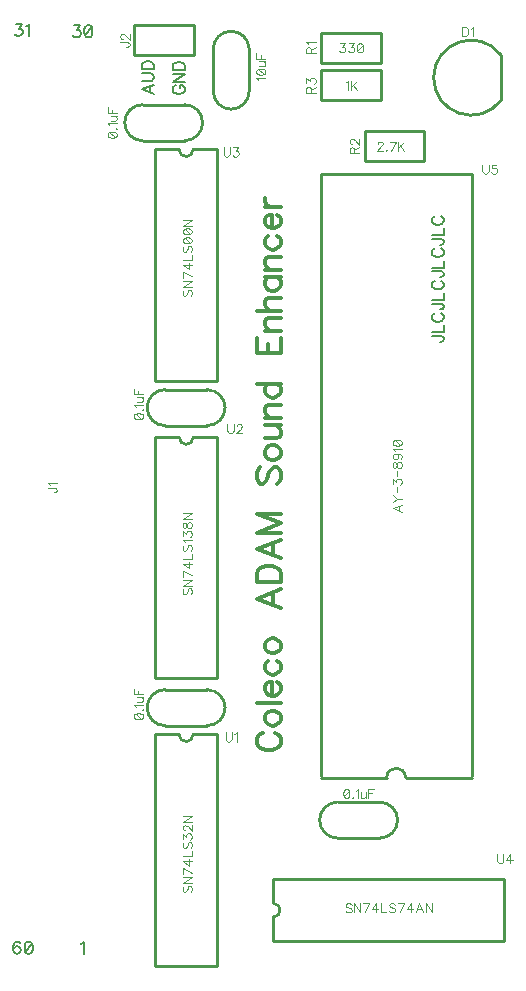
<source format=gbr>
G04 DipTrace 3.3.1.3*
G04 TopSilk.gbr*
%MOMM*%
G04 #@! TF.FileFunction,Legend,Top*
G04 #@! TF.Part,Single*
%ADD10C,0.25*%
%ADD50C,0.11765*%
%ADD51C,0.15686*%
%ADD52C,0.31373*%
%FSLAX35Y35*%
G04*
G71*
G90*
G75*
G01*
G04 TopSilk*
%LPD*%
X3019148Y3438400D2*
D10*
X2663852D1*
X3019148Y3133600D2*
X2663852D1*
Y3438400D2*
G03X2663852Y3133600I-152J-152400D01*
G01*
X3019148D2*
G03X3019148Y3438400I152J152400D01*
G01*
Y5978400D2*
X2663852D1*
X3019148Y5673600D2*
X2663852D1*
Y5978400D2*
G03X2663852Y5673600I-152J-152400D01*
G01*
X3019148D2*
G03X3019148Y5978400I152J152400D01*
G01*
X2828648Y8391400D2*
X2473352D1*
X2828648Y8086600D2*
X2473352D1*
Y8391400D2*
G03X2473352Y8086600I-152J-152400D01*
G01*
X2828648D2*
G03X2828648Y8391400I152J152400D01*
G01*
X4124352Y2181100D2*
X4479648D1*
X4124352Y2485900D2*
X4479648D1*
Y2181100D2*
G03X4479648Y2485900I152J152400D01*
G01*
X4124352D2*
G03X4124352Y2181100I-152J-152400D01*
G01*
X3374900Y8505852D2*
Y8861148D1*
X3070100Y8505852D2*
Y8861148D1*
X3374900D2*
G03X3070100Y8861148I-152400J152D01*
G01*
Y8505852D2*
G03X3374900Y8505852I152400J-152D01*
G01*
X5508483Y8810342D2*
Y8429658D1*
X5507912Y8811104D2*
G03X5507912Y8428896I-253481J-191104D01*
G01*
X2905000Y8810500D2*
Y9064500D1*
X2397000Y8810500D2*
X2905000D1*
X2397000D2*
Y9064500D1*
X2905000D1*
X3984957Y9001000D2*
X4492043D1*
Y8747000D2*
Y9001000D1*
X3984957Y8747000D2*
X4492043D1*
X3984957D2*
Y9001000D1*
X4351864Y8168063D2*
X4858949D1*
Y7914063D2*
Y8168063D1*
X4351864Y7914063D2*
X4858949D1*
X4351864D2*
Y8168063D1*
X3984957Y8683500D2*
X4492043D1*
Y8429500D2*
Y8683500D1*
X3984957Y8429500D2*
X4492043D1*
X3984957D2*
Y8683500D1*
X3101511Y3059500D2*
Y1099500D1*
X2581489D2*
X3101511D1*
X2581489Y3059500D2*
Y1099500D1*
Y3059500D2*
X2781490D1*
X3101511D2*
X2901510D1*
X2781490D2*
G03X2901510Y3059500I60010J34D01*
G01*
X3101511Y5576000D2*
Y3536000D1*
X2581489D2*
X3101511D1*
X2581489Y5576000D2*
Y3536000D1*
Y5576000D2*
X2781490D1*
X3101511D2*
X2901510D1*
X2781490D2*
G03X2901510Y5576000I60010J34D01*
G01*
X3101511Y8012500D2*
Y6052500D1*
X2581489D2*
X3101511D1*
X2581489Y8012500D2*
Y6052500D1*
Y8012500D2*
X2781490D1*
X3101511D2*
X2901510D1*
X2781490D2*
G03X2901510Y8012500I60010J34D01*
G01*
X3576000Y1831511D2*
X5536000D1*
Y1311489D2*
Y1831511D1*
X3576000Y1311489D2*
X5536000D1*
X3576000D2*
Y1511490D1*
Y1831511D2*
Y1631510D1*
Y1511490D2*
G03X3576000Y1631510I-34J60010D01*
G01*
X5259470Y2704720D2*
Y7804500D1*
X3979530D1*
Y2704720D2*
Y7804500D1*
X5259470Y2694500D2*
X4699517D1*
X3979530D2*
X4539483D1*
X4699517D2*
G03X4539483Y2694500I-80017J-302D01*
G01*
X2399792Y3210559D2*
D50*
X2403414Y3199609D1*
X2414364Y3192281D1*
X2432558Y3188659D1*
X2443508D1*
X2461702Y3192281D1*
X2472652Y3199609D1*
X2476274Y3210559D1*
Y3217802D1*
X2472652Y3228752D1*
X2461702Y3235996D1*
X2443508Y3239702D1*
X2432558D1*
X2414364Y3235996D1*
X2403414Y3228752D1*
X2399792Y3217802D1*
Y3210559D1*
X2414364Y3235996D2*
X2461702Y3192281D1*
X2468946Y3266854D2*
X2472652Y3263232D1*
X2476274Y3266854D1*
X2472652Y3270560D1*
X2468946Y3266854D1*
X2414364Y3294089D2*
X2410658Y3301417D1*
X2399792Y3312367D1*
X2476274D1*
X2425230Y3335897D2*
X2461702D1*
X2472568Y3339518D1*
X2476274Y3346847D1*
Y3357797D1*
X2472568Y3365040D1*
X2461702Y3375990D1*
X2425230D2*
X2476274D1*
X2399708Y3446942D2*
Y3399520D1*
X2476274D1*
X2436180D2*
Y3428664D1*
X2399792Y5750559D2*
X2403414Y5739609D1*
X2414364Y5732281D1*
X2432558Y5728659D1*
X2443508D1*
X2461702Y5732281D1*
X2472652Y5739609D1*
X2476274Y5750559D1*
Y5757802D1*
X2472652Y5768752D1*
X2461702Y5775996D1*
X2443508Y5779702D1*
X2432558D1*
X2414364Y5775996D1*
X2403414Y5768752D1*
X2399792Y5757802D1*
Y5750559D1*
X2414364Y5775996D2*
X2461702Y5732281D1*
X2468946Y5806854D2*
X2472652Y5803232D1*
X2476274Y5806854D1*
X2472652Y5810560D1*
X2468946Y5806854D1*
X2414364Y5834089D2*
X2410658Y5841417D1*
X2399792Y5852367D1*
X2476274D1*
X2425230Y5875897D2*
X2461702D1*
X2472568Y5879518D1*
X2476274Y5886847D1*
Y5897797D1*
X2472568Y5905040D1*
X2461702Y5915990D1*
X2425230D2*
X2476274D1*
X2399708Y5986942D2*
Y5939520D1*
X2476274D1*
X2436180D2*
Y5968664D1*
X2177592Y8131809D2*
X2181214Y8120859D1*
X2192164Y8113531D1*
X2210358Y8109909D1*
X2221308D1*
X2239502Y8113531D1*
X2250452Y8120859D1*
X2254074Y8131809D1*
Y8139052D1*
X2250452Y8150002D1*
X2239502Y8157246D1*
X2221308Y8160952D1*
X2210358D1*
X2192164Y8157246D1*
X2181214Y8150002D1*
X2177592Y8139052D1*
Y8131809D1*
X2192164Y8157246D2*
X2239502Y8113531D1*
X2246746Y8188104D2*
X2250452Y8184482D1*
X2254074Y8188104D1*
X2250452Y8191810D1*
X2246746Y8188104D1*
X2192164Y8215339D2*
X2188458Y8222667D1*
X2177592Y8233617D1*
X2254074D1*
X2203030Y8257147D2*
X2239502D1*
X2250368Y8260768D1*
X2254074Y8268097D1*
Y8279047D1*
X2250368Y8286290D1*
X2239502Y8297240D1*
X2203030D2*
X2254074D1*
X2177508Y8368192D2*
Y8320770D1*
X2254074D1*
X2213980D2*
Y8349914D1*
X4194808Y2597408D2*
X4183858Y2593786D1*
X4176530Y2582836D1*
X4172908Y2564642D1*
Y2553692D1*
X4176530Y2535498D1*
X4183858Y2524548D1*
X4194808Y2520926D1*
X4202052D1*
X4213002Y2524548D1*
X4220246Y2535498D1*
X4223952Y2553692D1*
Y2564642D1*
X4220246Y2582836D1*
X4213002Y2593786D1*
X4202052Y2597408D1*
X4194808D1*
X4220246Y2582836D2*
X4176530Y2535498D1*
X4251103Y2528254D2*
X4247482Y2524548D1*
X4251103Y2520926D1*
X4254810Y2524548D1*
X4251103Y2528254D1*
X4278339Y2582836D2*
X4285667Y2586542D1*
X4296617Y2597408D1*
Y2520926D1*
X4320147Y2571970D2*
Y2535498D1*
X4323768Y2524632D1*
X4331097Y2520926D1*
X4342047D1*
X4349290Y2524632D1*
X4360240Y2535498D1*
Y2571970D2*
Y2520926D1*
X4431192Y2597492D2*
X4383770D1*
Y2520926D1*
Y2561020D2*
X4412914D1*
X3449414Y8601587D2*
X3445708Y8608915D1*
X3434842Y8619865D1*
X3511324D1*
X3434842Y8665295D2*
X3438464Y8654345D1*
X3449414Y8647017D1*
X3467608Y8643395D1*
X3478558D1*
X3496752Y8647017D1*
X3507702Y8654345D1*
X3511324Y8665295D1*
Y8672538D1*
X3507702Y8683488D1*
X3496752Y8690732D1*
X3478558Y8694438D1*
X3467608D1*
X3449414Y8690732D1*
X3438464Y8683489D1*
X3434842Y8672539D1*
Y8665295D1*
X3449414Y8690732D2*
X3496752Y8647017D1*
X3460280Y8717968D2*
X3496752D1*
X3507618Y8721590D1*
X3511324Y8728918D1*
Y8739868D1*
X3507618Y8747112D1*
X3496752Y8758062D1*
X3460280D2*
X3511324D1*
X3434758Y8829013D2*
Y8781591D1*
X3511324D1*
X3471230D2*
Y8810735D1*
X5176308Y9049040D2*
Y8972474D1*
X5201830D1*
X5212780Y8976180D1*
X5220108Y8983424D1*
X5223730Y8990752D1*
X5227352Y9001618D1*
Y9019896D1*
X5223730Y9030846D1*
X5220108Y9038090D1*
X5212780Y9045418D1*
X5201830Y9049040D1*
X5176308D1*
X5250881Y9034384D2*
X5258209Y9038090D1*
X5269159Y9048956D1*
Y8972474D1*
X1670230Y5145419D2*
X1728518D1*
X1739468Y5141797D1*
X1743090Y5138091D1*
X1746796Y5130847D1*
Y5123519D1*
X1743090Y5116275D1*
X1739468Y5112653D1*
X1728518Y5108947D1*
X1721274D1*
X1684886Y5168949D2*
X1681180Y5176277D1*
X1670314Y5187227D1*
X1746796Y5187226D1*
X2285408Y8918450D2*
X2343696D1*
X2354646Y8914828D1*
X2358268Y8911121D1*
X2361974Y8903878D1*
Y8896550D1*
X2358268Y8889306D1*
X2354646Y8885684D1*
X2343696Y8881978D1*
X2336452D1*
X2303686Y8945685D2*
X2300064D1*
X2292736Y8949307D1*
X2289114Y8952929D1*
X2285492Y8960257D1*
Y8974829D1*
X2289114Y8982073D1*
X2292736Y8985695D1*
X2300064Y8989401D1*
X2307308D1*
X2314636Y8985695D1*
X2325502Y8978451D1*
X2361974Y8941979D1*
Y8993023D1*
X3896680Y8827575D2*
Y8860340D1*
X3892974Y8871290D1*
X3889352Y8874996D1*
X3882108Y8878618D1*
X3874780D1*
X3867536Y8874997D1*
X3863830Y8871290D1*
X3860208Y8860340D1*
Y8827575D1*
X3936774D1*
X3896680Y8853097D2*
X3936774Y8878618D1*
X3874864Y8902148D2*
X3871158Y8909476D1*
X3860292Y8920426D1*
X3936774D1*
X4145733Y8911571D2*
X4185743D1*
X4163927Y8882427D1*
X4174877D1*
X4182121Y8878805D1*
X4185743Y8875183D1*
X4189449Y8864233D1*
Y8856989D1*
X4185743Y8846039D1*
X4178499Y8838711D1*
X4167549Y8835089D1*
X4156599D1*
X4145733Y8838711D1*
X4142111Y8842417D1*
X4138405Y8849661D1*
X4220306Y8911571D2*
X4260316D1*
X4238500Y8882427D1*
X4249450D1*
X4256694Y8878805D1*
X4260316Y8875183D1*
X4264022Y8864233D1*
Y8856989D1*
X4260316Y8846039D1*
X4253072Y8838711D1*
X4242122Y8835089D1*
X4231172D1*
X4220306Y8838711D1*
X4216684Y8842417D1*
X4212978Y8849661D1*
X4309451Y8911571D2*
X4298501Y8907949D1*
X4291173Y8896999D1*
X4287551Y8878805D1*
Y8867855D1*
X4291173Y8849661D1*
X4298501Y8838711D1*
X4309451Y8835089D1*
X4316695D1*
X4327645Y8838711D1*
X4334889Y8849661D1*
X4338595Y8867855D1*
Y8878805D1*
X4334889Y8896999D1*
X4327645Y8907949D1*
X4316695Y8911571D1*
X4309451D1*
X4334889Y8896999D2*
X4291173Y8849661D1*
X4263587Y7978255D2*
Y8011021D1*
X4259881Y8021971D1*
X4256259Y8025677D1*
X4249015Y8029299D1*
X4241687D1*
X4234443Y8025677D1*
X4230737Y8021971D1*
X4227115Y8011021D1*
Y7978255D1*
X4303680D1*
X4263587Y8003777D2*
X4303681Y8029299D1*
X4245393Y8056534D2*
X4241771D1*
X4234443Y8060156D1*
X4230821Y8063778D1*
X4227199Y8071106D1*
Y8085678D1*
X4230821Y8092922D1*
X4234443Y8096544D1*
X4241771Y8100250D1*
X4249015D1*
X4256343Y8096544D1*
X4267209Y8089300D1*
X4303681Y8052828D1*
Y8103872D1*
X4461839Y8060440D2*
Y8064062D1*
X4465461Y8071390D1*
X4469083Y8075012D1*
X4476411Y8078634D1*
X4490983D1*
X4498227Y8075012D1*
X4501849Y8071390D1*
X4505555Y8064062D1*
Y8056818D1*
X4501849Y8049490D1*
X4494605Y8038624D1*
X4458133Y8002153D1*
X4509177D1*
X4536328Y8009481D2*
X4532706Y8005774D1*
X4536328Y8002153D1*
X4540034Y8005774D1*
X4536328Y8009481D1*
X4578135Y8002153D2*
X4614607Y8078634D1*
X4563563D1*
X4638137Y8078718D2*
Y8002153D1*
X4689181Y8078718D2*
X4638137Y8027674D1*
X4656331Y8045953D2*
X4689181Y8002153D1*
X3896680Y8493692D2*
Y8526457D1*
X3892974Y8537407D1*
X3889352Y8541114D1*
X3882108Y8544736D1*
X3874780D1*
X3867536Y8541114D1*
X3863830Y8537407D1*
X3860208Y8526458D1*
Y8493692D1*
X3936774D1*
X3896680Y8519214D2*
X3936774Y8544735D1*
X3860292Y8575593D2*
Y8615603D1*
X3889436Y8593787D1*
Y8604737D1*
X3893058Y8611981D1*
X3896680Y8615602D1*
X3907630Y8619309D1*
X3914874D1*
X3925824Y8615602D1*
X3933152Y8608359D1*
X3936774Y8597409D1*
Y8586459D1*
X3933152Y8575593D1*
X3929446Y8571971D1*
X3922202Y8568265D1*
X4192074Y8579499D2*
X4199402Y8583205D1*
X4210352Y8594071D1*
Y8517589D1*
X4233882Y8594155D2*
Y8517589D1*
X4284926Y8594155D2*
X4233882Y8543111D1*
X4252076Y8561389D2*
X4284926Y8517589D1*
X3176074Y3075842D2*
Y3021176D1*
X3179696Y3010226D1*
X3187024Y3002982D1*
X3197974Y2999276D1*
X3205218D1*
X3216168Y3002982D1*
X3223496Y3010226D1*
X3227118Y3021176D1*
Y3075842D1*
X3250648Y3061186D2*
X3257976Y3064892D1*
X3268926Y3075758D1*
Y2999276D1*
X2824608Y1776832D2*
X2817280Y1769588D1*
X2813658Y1758638D1*
Y1744067D1*
X2817280Y1733117D1*
X2824608Y1725788D1*
X2831852D1*
X2839180Y1729495D1*
X2842802Y1733117D1*
X2846424Y1740360D1*
X2853752Y1762260D1*
X2857374Y1769588D1*
X2861080Y1773210D1*
X2868324Y1776832D1*
X2879274D1*
X2886518Y1769588D1*
X2890224Y1758638D1*
Y1744066D1*
X2886518Y1733117D1*
X2879274Y1725788D1*
X2813658Y1851405D2*
X2890224D1*
X2813658Y1800362D1*
X2890224Y1800361D1*
Y1889507D2*
X2813742Y1925979D1*
Y1874935D1*
X2890224Y1985980D2*
X2813742D1*
X2864702Y1949508D1*
Y2004174D1*
X2813658Y2027703D2*
X2890224D1*
Y2071419D1*
X2824608Y2145992D2*
X2817280Y2138748D1*
X2813658Y2127798D1*
Y2113226D1*
X2817280Y2102276D1*
X2824608Y2094948D1*
X2831852D1*
X2839180Y2098654D1*
X2842802Y2102276D1*
X2846424Y2109520D1*
X2853752Y2131420D1*
X2857374Y2138748D1*
X2861080Y2142370D1*
X2868324Y2145992D1*
X2879274D1*
X2886518Y2138748D1*
X2890224Y2127798D1*
Y2113226D1*
X2886518Y2102276D1*
X2879274Y2094948D1*
X2813742Y2176850D2*
Y2216859D1*
X2842886Y2195043D1*
Y2205993D1*
X2846508Y2213237D1*
X2850130Y2216859D1*
X2861080Y2220565D1*
X2868324D1*
X2879274Y2216859D1*
X2886602Y2209615D1*
X2890224Y2198665D1*
Y2187715D1*
X2886602Y2176850D1*
X2882896Y2173228D1*
X2875652Y2169522D1*
X2831936Y2247801D2*
X2828314D1*
X2820986Y2251423D1*
X2817364Y2255045D1*
X2813742Y2262373D1*
Y2276945D1*
X2817364Y2284189D1*
X2820986Y2287811D1*
X2828314Y2291517D1*
X2835558D1*
X2842886Y2287811D1*
X2853752Y2280567D1*
X2890224Y2244095D1*
Y2295139D1*
X2813658Y2369712D2*
X2890224D1*
X2813658Y2318668D1*
X2890224D1*
X3191441Y5687592D2*
Y5632926D1*
X3195063Y5621976D1*
X3202391Y5614732D1*
X3213341Y5611026D1*
X3220585D1*
X3231535Y5614732D1*
X3238863Y5621976D1*
X3242485Y5632926D1*
Y5687592D1*
X3269721Y5669314D2*
Y5672936D1*
X3273343Y5680264D1*
X3276965Y5683886D1*
X3284293Y5687508D1*
X3298865D1*
X3306109Y5683886D1*
X3309730Y5680264D1*
X3313437Y5672936D1*
Y5665692D1*
X3309730Y5658364D1*
X3302487Y5647498D1*
X3266015Y5611026D1*
X3317059D1*
X2824608Y4295971D2*
X2817280Y4288727D1*
X2813658Y4277777D1*
Y4263205D1*
X2817280Y4252255D1*
X2824608Y4244927D1*
X2831852D1*
X2839180Y4248633D1*
X2842802Y4252255D1*
X2846424Y4259499D1*
X2853752Y4281399D1*
X2857374Y4288727D1*
X2861080Y4292349D1*
X2868324Y4295971D1*
X2879274Y4295970D1*
X2886518Y4288727D1*
X2890224Y4277777D1*
Y4263205D1*
X2886518Y4252255D1*
X2879274Y4244927D1*
X2813658Y4370544D2*
X2890224D1*
X2813658Y4319500D1*
X2890224D1*
Y4408645D2*
X2813742Y4445117D1*
Y4394073D1*
X2890224Y4505118D2*
X2813742D1*
X2864702Y4468646D1*
Y4523312D1*
X2813658Y4546841D2*
X2890224D1*
Y4590557D1*
X2824608Y4665130D2*
X2817280Y4657887D1*
X2813658Y4646937D1*
Y4632365D1*
X2817280Y4621415D1*
X2824608Y4614087D1*
X2831852D1*
X2839180Y4617793D1*
X2842802Y4621415D1*
X2846424Y4628659D1*
X2853752Y4650559D1*
X2857374Y4657887D1*
X2861080Y4661509D1*
X2868324Y4665130D1*
X2879274D1*
X2886518Y4657887D1*
X2890224Y4646937D1*
Y4632365D1*
X2886518Y4621415D1*
X2879274Y4614087D1*
X2828314Y4688660D2*
X2824608Y4695988D1*
X2813742Y4706938D1*
X2890224D1*
X2813742Y4737795D2*
Y4777805D1*
X2842886Y4755989D1*
Y4766939D1*
X2846508Y4774183D1*
X2850130Y4777805D1*
X2861080Y4781511D1*
X2868324D1*
X2879274Y4777805D1*
X2886602Y4770561D1*
X2890224Y4759611D1*
Y4748661D1*
X2886602Y4737795D1*
X2882896Y4734174D1*
X2875652Y4730467D1*
X2813742Y4823234D2*
X2817364Y4812369D1*
X2824608Y4808663D1*
X2831936D1*
X2839180Y4812369D1*
X2842886Y4819613D1*
X2846508Y4834184D1*
X2850130Y4845134D1*
X2857458Y4852378D1*
X2864702Y4856000D1*
X2875652D1*
X2882896Y4852378D1*
X2886602Y4848756D1*
X2890224Y4837806D1*
Y4823234D1*
X2886602Y4812369D1*
X2882896Y4808663D1*
X2875652Y4805041D1*
X2864702D1*
X2857458Y4808663D1*
X2850130Y4815991D1*
X2846508Y4826856D1*
X2842886Y4841428D1*
X2839180Y4848756D1*
X2831936Y4852378D1*
X2824608D1*
X2817364Y4848756D1*
X2813742Y4837806D1*
Y4823234D1*
X2813658Y4930574D2*
X2890224D1*
X2813658Y4879530D1*
X2890224D1*
X3159691Y8028842D2*
Y7974176D1*
X3163313Y7963226D1*
X3170641Y7955982D1*
X3181591Y7952276D1*
X3188835D1*
X3199785Y7955982D1*
X3207113Y7963226D1*
X3210735Y7974176D1*
Y8028842D1*
X3241593Y8028758D2*
X3281602D1*
X3259787Y7999614D1*
X3270737D1*
X3277980Y7995992D1*
X3281602Y7992370D1*
X3285309Y7981420D1*
Y7974176D1*
X3281602Y7963226D1*
X3274359Y7955898D1*
X3263409Y7952276D1*
X3252459D1*
X3241593Y7955898D1*
X3237971Y7959604D1*
X3234265Y7966848D1*
X2824608Y6825082D2*
X2817280Y6817838D1*
X2813658Y6806888D1*
Y6792317D1*
X2817280Y6781367D1*
X2824608Y6774038D1*
X2831852D1*
X2839180Y6777745D1*
X2842802Y6781367D1*
X2846424Y6788610D1*
X2853752Y6810510D1*
X2857374Y6817838D1*
X2861080Y6821460D1*
X2868324Y6825082D1*
X2879274D1*
X2886518Y6817838D1*
X2890224Y6806888D1*
Y6792316D1*
X2886518Y6781367D1*
X2879274Y6774038D1*
X2813658Y6899655D2*
X2890224D1*
X2813658Y6848612D1*
X2890224Y6848611D1*
Y6937757D2*
X2813742Y6974229D1*
Y6923185D1*
X2890224Y7034230D2*
X2813742D1*
X2864702Y6997758D1*
Y7052424D1*
X2813658Y7075953D2*
X2890224D1*
Y7119669D1*
X2824608Y7194242D2*
X2817280Y7186998D1*
X2813658Y7176048D1*
Y7161476D1*
X2817280Y7150526D1*
X2824608Y7143198D1*
X2831852D1*
X2839180Y7146904D1*
X2842802Y7150526D1*
X2846424Y7157770D1*
X2853752Y7179670D1*
X2857374Y7186998D1*
X2861080Y7190620D1*
X2868324Y7194242D1*
X2879274D1*
X2886518Y7186998D1*
X2890224Y7176048D1*
Y7161476D1*
X2886518Y7150526D1*
X2879274Y7143198D1*
X2813742Y7239672D2*
X2817364Y7228722D1*
X2828314Y7221393D1*
X2846508Y7217772D1*
X2857458D1*
X2875652Y7221393D1*
X2886602Y7228722D1*
X2890224Y7239672D1*
Y7246915D1*
X2886602Y7257865D1*
X2875652Y7265109D1*
X2857458Y7268815D1*
X2846508D1*
X2828314Y7265109D1*
X2817364Y7257865D1*
X2813742Y7246915D1*
Y7239672D1*
X2828314Y7265109D2*
X2875652Y7221393D1*
X2813742Y7314245D2*
X2817364Y7303295D1*
X2828314Y7295967D1*
X2846508Y7292345D1*
X2857458D1*
X2875652Y7295967D1*
X2886602Y7303295D1*
X2890224Y7314245D1*
Y7321489D1*
X2886602Y7332439D1*
X2875652Y7339682D1*
X2857458Y7343389D1*
X2846508D1*
X2828314Y7339682D1*
X2817364Y7332439D1*
X2813742Y7321489D1*
Y7314245D1*
X2828314Y7339682D2*
X2875652Y7295967D1*
X2813658Y7417962D2*
X2890224D1*
X2813658Y7366918D1*
X2890224D1*
X5475630Y2043842D2*
Y1989176D1*
X5479252Y1978226D1*
X5486580Y1970982D1*
X5497530Y1967276D1*
X5504774D1*
X5515724Y1970982D1*
X5523052Y1978226D1*
X5526674Y1989176D1*
Y2043842D1*
X5586676Y1967276D2*
Y2043758D1*
X5550204Y1992798D1*
X5604870D1*
X4242320Y1618455D2*
X4235076Y1625783D1*
X4224126Y1629405D1*
X4209555D1*
X4198605Y1625783D1*
X4191276Y1618455D1*
Y1611211D1*
X4194983Y1603883D1*
X4198605Y1600261D1*
X4205848Y1596639D1*
X4227748Y1589311D1*
X4235076Y1585689D1*
X4238698Y1581983D1*
X4242320Y1574739D1*
Y1563789D1*
X4235076Y1556545D1*
X4224126Y1552839D1*
X4209555D1*
X4198605Y1556545D1*
X4191276Y1563789D1*
X4316894Y1629405D2*
Y1552839D1*
X4265850Y1629405D1*
Y1552839D1*
X4354995D2*
X4391467Y1629321D1*
X4340423D1*
X4451468Y1552839D2*
Y1629321D1*
X4414996Y1578361D1*
X4469662D1*
X4493191Y1629405D2*
Y1552839D1*
X4536907D1*
X4611480Y1618455D2*
X4604237Y1625783D1*
X4593287Y1629405D1*
X4578715D1*
X4567765Y1625783D1*
X4560437Y1618455D1*
Y1611211D1*
X4564143Y1603883D1*
X4567765Y1600261D1*
X4575009Y1596639D1*
X4596909Y1589311D1*
X4604237Y1585689D1*
X4607859Y1581983D1*
X4611480Y1574739D1*
Y1563789D1*
X4604237Y1556545D1*
X4593287Y1552839D1*
X4578715D1*
X4567765Y1556545D1*
X4560437Y1563789D1*
X4649582Y1552839D2*
X4686054Y1629321D1*
X4635010D1*
X4746055Y1552839D2*
Y1629321D1*
X4709583Y1578361D1*
X4764249D1*
X4846150Y1552839D2*
X4816922Y1629405D1*
X4787778Y1552839D1*
X4798728Y1578361D2*
X4835200D1*
X4920724Y1629405D2*
Y1552839D1*
X4869680Y1629405D1*
Y1552839D1*
X5350441Y7884342D2*
Y7829676D1*
X5354063Y7818726D1*
X5361391Y7811482D1*
X5372341Y7807776D1*
X5379585D1*
X5390535Y7811482D1*
X5397863Y7818726D1*
X5401485Y7829676D1*
Y7884342D1*
X5468730Y7884258D2*
X5432343D1*
X5428721Y7851492D1*
X5432343Y7855114D1*
X5443293Y7858820D1*
X5454159D1*
X5465109Y7855114D1*
X5472437Y7847870D1*
X5476059Y7836920D1*
Y7829676D1*
X5472437Y7818726D1*
X5465109Y7811398D1*
X5454159Y7807776D1*
X5443293D1*
X5432343Y7811398D1*
X5428721Y7815104D1*
X5425015Y7822348D1*
X4668224Y5003935D2*
X4591658Y4974708D1*
X4668224Y4945564D1*
X4642702Y4956514D2*
Y4992986D1*
X4591658Y5027465D2*
X4628130Y5056609D1*
X4668224D1*
X4591658Y5085753D2*
X4628130Y5056609D1*
X4629983Y5109282D2*
Y5151397D1*
X4591742Y5182255D2*
Y5222264D1*
X4620886Y5200449D1*
Y5211399D1*
X4624508Y5218643D1*
X4628130Y5222264D1*
X4639080Y5225971D1*
X4646324D1*
X4657274Y5222264D1*
X4664602Y5215021D1*
X4668224Y5204071D1*
Y5193121D1*
X4664602Y5182255D1*
X4660896Y5178633D1*
X4653652Y5174927D1*
X4629983Y5249500D2*
Y5291615D1*
X4591742Y5333339D2*
X4595364Y5322473D1*
X4602608Y5318767D1*
X4609936D1*
X4617180Y5322473D1*
X4620886Y5329717D1*
X4624508Y5344289D1*
X4628130Y5355239D1*
X4635458Y5362482D1*
X4642702Y5366104D1*
X4653652D1*
X4660896Y5362482D1*
X4664602Y5358861D1*
X4668224Y5347911D1*
Y5333339D1*
X4664602Y5322473D1*
X4660896Y5318767D1*
X4653652Y5315145D1*
X4642702D1*
X4635458Y5318767D1*
X4628130Y5326095D1*
X4624508Y5336961D1*
X4620886Y5351533D1*
X4617180Y5358861D1*
X4609936Y5362483D1*
X4602608D1*
X4595364Y5358861D1*
X4591742Y5347911D1*
Y5333339D1*
X4617180Y5437056D2*
X4628130Y5433350D1*
X4635458Y5426106D1*
X4639080Y5415156D1*
Y5411534D1*
X4635458Y5400584D1*
X4628130Y5393340D1*
X4617180Y5389634D1*
X4613558D1*
X4602608Y5393340D1*
X4595364Y5400584D1*
X4591742Y5411534D1*
Y5415156D1*
X4595364Y5426106D1*
X4602608Y5433350D1*
X4617180Y5437056D1*
X4635458D1*
X4653652Y5433350D1*
X4664602Y5426106D1*
X4668224Y5415156D1*
Y5407912D1*
X4664602Y5396962D1*
X4657274Y5393340D1*
X4606314Y5460585D2*
X4602608Y5467913D1*
X4591742Y5478863D1*
X4668224D1*
X4591742Y5524293D2*
X4595364Y5513343D1*
X4606314Y5506015D1*
X4624508Y5502393D1*
X4635458D1*
X4653652Y5506015D1*
X4664602Y5513343D1*
X4668224Y5524293D1*
Y5531536D1*
X4664602Y5542486D1*
X4653652Y5549730D1*
X4635458Y5553436D1*
X4624508D1*
X4606314Y5549730D1*
X4595364Y5542487D1*
X4591742Y5531537D1*
Y5524293D1*
X4606314Y5549730D2*
X4653652Y5506015D1*
X2568598Y8559369D2*
D51*
X2466510Y8520399D1*
X2568598Y8481540D1*
X2534569Y8496140D2*
Y8544769D1*
X2466510Y8590742D2*
X2539398D1*
X2553998Y8595571D1*
X2563656Y8605342D1*
X2568598Y8619942D1*
Y8629600D1*
X2563656Y8644200D1*
X2553998Y8653971D1*
X2539398Y8658800D1*
X2466510D1*
Y8690173D2*
X2568598D1*
Y8724202D1*
X2563656Y8738802D1*
X2553998Y8748573D1*
X2544227Y8753402D1*
X2529739Y8758231D1*
X2505369D1*
X2490769Y8753402D1*
X2481110Y8748573D1*
X2471339Y8738802D1*
X2466510Y8724202D1*
Y8690173D1*
X2751965Y8554158D2*
X2742307Y8549329D1*
X2732536Y8539558D1*
X2727707Y8529899D1*
Y8510470D1*
X2732536Y8500699D1*
X2742307Y8491041D1*
X2751965Y8486099D1*
X2766565Y8481270D1*
X2790936D1*
X2805424Y8486099D1*
X2815194Y8491041D1*
X2824853Y8500699D1*
X2829795Y8510470D1*
Y8529899D1*
X2824853Y8539558D1*
X2815195Y8549328D1*
X2805424Y8554158D1*
X2790936D1*
Y8529899D1*
X2727707Y8653589D2*
X2829794D1*
X2727707Y8585530D1*
X2829795D1*
X2727707Y8684961D2*
X2829794D1*
Y8718990D1*
X2824853Y8733590D1*
X2815194Y8743361D1*
X2805424Y8748190D1*
X2790936Y8753020D1*
X2766565D1*
X2751965Y8748190D1*
X2742307Y8743361D1*
X2732536Y8733590D1*
X2727707Y8718990D1*
Y8684961D1*
X3488121Y3071835D2*
D52*
X3468804Y3062177D1*
X3449262Y3042635D1*
X3439604Y3023318D1*
Y2984460D1*
X3449262Y2964918D1*
X3468803Y2945601D1*
X3488120Y2935718D1*
X3517320Y2926060D1*
X3566062D1*
X3595037Y2935718D1*
X3614579Y2945601D1*
X3633896Y2964918D1*
X3643779Y2984460D1*
Y3023318D1*
X3633896Y3042635D1*
X3614579Y3062177D1*
X3595037Y3071835D1*
X3507662Y3183097D2*
X3517321Y3163780D1*
X3536862Y3144239D1*
X3566062Y3134580D1*
X3585379D1*
X3614579Y3144239D1*
X3633896Y3163780D1*
X3643779Y3183097D1*
Y3212297D1*
X3633896Y3231839D1*
X3614579Y3251156D1*
X3585379Y3261039D1*
X3566062D1*
X3536862Y3251156D1*
X3517321Y3231839D1*
X3507662Y3212297D1*
Y3183097D1*
X3439604Y3323784D2*
X3643779D1*
X3566062Y3386529D2*
Y3503104D1*
X3546520D1*
X3526979Y3493446D1*
X3517320Y3483787D1*
X3507662Y3464246D1*
Y3435046D1*
X3517320Y3415729D1*
X3536862Y3396187D1*
X3566062Y3386529D1*
X3585379D1*
X3614579Y3396187D1*
X3633896Y3415729D1*
X3643779Y3435046D1*
Y3464246D1*
X3633896Y3483787D1*
X3614579Y3503104D1*
X3536862Y3682649D2*
X3517320Y3663108D1*
X3507662Y3643566D1*
Y3614591D1*
X3517320Y3595049D1*
X3536862Y3575732D1*
X3566062Y3565849D1*
X3585379D1*
X3614579Y3575732D1*
X3633896Y3595049D1*
X3643779Y3614591D1*
Y3643566D1*
X3633896Y3663108D1*
X3614579Y3682649D1*
X3507662Y3793911D2*
X3517320Y3774594D1*
X3536862Y3755053D1*
X3566062Y3745394D1*
X3585379D1*
X3614579Y3755053D1*
X3633896Y3774594D1*
X3643779Y3793911D1*
Y3823111D1*
X3633896Y3842653D1*
X3614579Y3861970D1*
X3585379Y3871853D1*
X3566062D1*
X3536862Y3861970D1*
X3517320Y3842653D1*
X3507662Y3823111D1*
Y3793911D1*
X3643779Y4287771D2*
X3439604Y4209829D1*
X3643779Y4132112D1*
X3575720Y4161312D2*
Y4258571D1*
X3439604Y4350516D2*
X3643779D1*
Y4418574D1*
X3633896Y4447774D1*
X3614579Y4467316D1*
X3595037Y4476974D1*
X3566062Y4486633D1*
X3517320D1*
X3488120Y4476974D1*
X3468804Y4467316D1*
X3449262Y4447774D1*
X3439604Y4418574D1*
Y4350516D1*
X3643779Y4705036D2*
X3439604Y4627095D1*
X3643779Y4549378D1*
X3575720Y4578578D2*
Y4675836D1*
X3643779Y4923215D2*
X3439604D1*
X3643779Y4845498D1*
X3439604Y4767781D1*
X3643779D1*
X3468803Y5319592D2*
X3449262Y5300275D1*
X3439603Y5271075D1*
Y5232216D1*
X3449262Y5203016D1*
X3468803Y5183475D1*
X3488120D1*
X3507662Y5193358D1*
X3517320Y5203016D1*
X3526979Y5222333D1*
X3546520Y5280733D1*
X3556179Y5300275D1*
X3566062Y5309933D1*
X3585379Y5319592D1*
X3614579D1*
X3633896Y5300275D1*
X3643779Y5271075D1*
Y5232216D1*
X3633896Y5203016D1*
X3614579Y5183475D1*
X3507662Y5430854D2*
X3517320Y5411537D1*
X3536862Y5391995D1*
X3566062Y5382337D1*
X3585379D1*
X3614579Y5391995D1*
X3633896Y5411537D1*
X3643779Y5430854D1*
Y5460054D1*
X3633896Y5479595D1*
X3614579Y5498912D1*
X3585379Y5508795D1*
X3566062D1*
X3536862Y5498912D1*
X3517320Y5479595D1*
X3507662Y5460054D1*
Y5430854D1*
Y5571540D2*
X3604920D1*
X3633896Y5581199D1*
X3643779Y5600740D1*
Y5629940D1*
X3633896Y5649257D1*
X3604920Y5678457D1*
X3507662D2*
X3643779D1*
X3507662Y5741202D2*
X3643779D1*
X3546520D2*
X3517320Y5770402D1*
X3507662Y5789944D1*
Y5818919D1*
X3517320Y5838461D1*
X3546520Y5848119D1*
X3643779D1*
X3439603Y6027440D2*
X3643779D1*
X3536862D2*
X3517320Y6008123D1*
X3507662Y5988581D1*
Y5959381D1*
X3517320Y5940064D1*
X3536862Y5920523D1*
X3566062Y5910864D1*
X3585379D1*
X3614579Y5920523D1*
X3633896Y5940064D1*
X3643779Y5959381D1*
Y5988581D1*
X3633896Y6008123D1*
X3614579Y6027440D1*
X3439603Y6413933D2*
Y6287699D1*
X3643779D1*
Y6413933D1*
X3536862Y6287699D2*
Y6365416D1*
X3507662Y6476678D2*
X3643779D1*
X3546520D2*
X3517320Y6505878D1*
X3507662Y6525420D1*
Y6554395D1*
X3517320Y6573936D1*
X3546520Y6583595D1*
X3643779D1*
X3439603Y6646340D2*
X3643779D1*
X3546520D2*
X3517320Y6675540D1*
X3507662Y6695082D1*
Y6724282D1*
X3517320Y6743598D1*
X3546520Y6753257D1*
X3643779D1*
X3507662Y6932577D2*
X3643779D1*
X3536862D2*
X3517320Y6913261D1*
X3507662Y6893719D1*
Y6864744D1*
X3517320Y6845202D1*
X3536862Y6825885D1*
X3566062Y6816002D1*
X3585379D1*
X3614579Y6825885D1*
X3633896Y6845202D1*
X3643779Y6864744D1*
Y6893719D1*
X3633896Y6913261D1*
X3614579Y6932577D1*
X3507662Y6995323D2*
X3643779D1*
X3546520D2*
X3517320Y7024523D1*
X3507662Y7044064D1*
Y7073039D1*
X3517320Y7092581D1*
X3546520Y7102239D1*
X3643779D1*
X3536862Y7281785D2*
X3517320Y7262243D1*
X3507662Y7242701D1*
Y7213726D1*
X3517320Y7194185D1*
X3536862Y7174868D1*
X3566062Y7164985D1*
X3585379D1*
X3614579Y7174868D1*
X3633896Y7194185D1*
X3643779Y7213726D1*
Y7242701D1*
X3633896Y7262243D1*
X3614579Y7281785D1*
X3566062Y7344530D2*
Y7461105D1*
X3546520D1*
X3526979Y7451447D1*
X3517320Y7441788D1*
X3507662Y7422247D1*
Y7393047D1*
X3517320Y7373730D1*
X3536862Y7354188D1*
X3566062Y7344530D1*
X3585379D1*
X3614579Y7354188D1*
X3633896Y7373730D1*
X3643779Y7393047D1*
Y7422247D1*
X3633896Y7441788D1*
X3614579Y7461105D1*
X3507662Y7523850D2*
X3643779D1*
X3566062D2*
X3536862Y7533733D1*
X3517320Y7553050D1*
X3507662Y7572592D1*
Y7601792D1*
X4921655Y6432357D2*
D51*
X4999372D1*
X5013972Y6427527D1*
X5018802Y6422586D1*
X5023743Y6412927D1*
Y6403157D1*
X5018802Y6393498D1*
X5013972Y6388669D1*
X4999372Y6383727D1*
X4989714D1*
X4921655Y6463729D2*
X5023743D1*
Y6522017D1*
X4945914Y6626277D2*
X4936255Y6621448D1*
X4926485Y6611677D1*
X4921655Y6602018D1*
Y6582589D1*
X4926485Y6572818D1*
X4936255Y6563160D1*
X4945914Y6558218D1*
X4960514Y6553389D1*
X4984885D1*
X4999372Y6558218D1*
X5009143Y6563160D1*
X5018802Y6572818D1*
X5023743Y6582589D1*
Y6602018D1*
X5018802Y6611677D1*
X5009143Y6621448D1*
X4999372Y6626277D1*
X4921655Y6706279D2*
X4999372D1*
X5013972Y6701449D1*
X5018802Y6696508D1*
X5023743Y6686849D1*
Y6677079D1*
X5018802Y6667420D1*
X5013972Y6662591D1*
X4999372Y6657649D1*
X4989714D1*
X4921655Y6737651D2*
X5023743D1*
Y6795939D1*
X4945914Y6900199D2*
X4936255Y6895370D1*
X4926485Y6885599D1*
X4921655Y6875941D1*
Y6856511D1*
X4926485Y6846741D1*
X4936255Y6837082D1*
X4945914Y6832141D1*
X4960514Y6827311D1*
X4984885D1*
X4999372Y6832141D1*
X5009143Y6837082D1*
X5018801Y6846741D1*
X5023743Y6856511D1*
Y6875941D1*
X5018801Y6885599D1*
X5009143Y6895370D1*
X4999372Y6900199D1*
X4921655Y6980201D2*
X4999372D1*
X5013972Y6975372D1*
X5018801Y6970430D1*
X5023743Y6960772D1*
Y6951001D1*
X5018801Y6941342D1*
X5013972Y6936513D1*
X4999372Y6931572D1*
X4989714D1*
X4921655Y7011573D2*
X5023743D1*
Y7069861D1*
X4945914Y7174121D2*
X4936255Y7169292D1*
X4926485Y7159521D1*
X4921655Y7149863D1*
Y7130434D1*
X4926485Y7120663D1*
X4936255Y7111004D1*
X4945914Y7106063D1*
X4960514Y7101234D1*
X4984885D1*
X4999372Y7106063D1*
X5009143Y7111004D1*
X5018801Y7120663D1*
X5023743Y7130434D1*
Y7149863D1*
X5018801Y7159521D1*
X5009143Y7169292D1*
X4999372Y7174121D1*
X4921655Y7254123D2*
X4999372D1*
X5013972Y7249294D1*
X5018801Y7244352D1*
X5023743Y7234694D1*
Y7224923D1*
X5018801Y7215265D1*
X5013972Y7210435D1*
X4999372Y7205494D1*
X4989714D1*
X4921655Y7285496D2*
X5023743D1*
Y7343783D1*
X4945914Y7448044D2*
X4936255Y7443214D1*
X4926485Y7433444D1*
X4921655Y7423785D1*
Y7404356D1*
X4926485Y7394585D1*
X4936255Y7384927D1*
X4945914Y7379985D1*
X4960514Y7375156D1*
X4984885D1*
X4999372Y7379985D1*
X5009143Y7384927D1*
X5018801Y7394585D1*
X5023743Y7404356D1*
Y7423785D1*
X5018801Y7433444D1*
X5009143Y7443214D1*
X4999372Y7448044D1*
X1399095Y9074616D2*
X1452441D1*
X1423354Y9035758D1*
X1437954D1*
X1447612Y9030928D1*
X1452441Y9026099D1*
X1457383Y9011499D1*
Y9001841D1*
X1452441Y8987241D1*
X1442783Y8977470D1*
X1428183Y8972641D1*
X1413583D1*
X1399095Y8977470D1*
X1394266Y8982411D1*
X1389324Y8992070D1*
X1488755Y9055187D2*
X1498526Y9060128D1*
X1513126Y9074616D1*
Y8972641D1*
X1889150Y9064317D2*
X1942496D1*
X1913408Y9025459D1*
X1928008D1*
X1937667Y9020629D1*
X1942496Y9015800D1*
X1947437Y9001200D1*
Y8991542D1*
X1942496Y8976942D1*
X1932837Y8967171D1*
X1918237Y8962342D1*
X1903637D1*
X1889150Y8967171D1*
X1884321Y8972112D1*
X1879379Y8981771D1*
X2008010Y9064317D2*
X1993410Y9059488D1*
X1983639Y9044888D1*
X1978810Y9020629D1*
Y9006029D1*
X1983639Y8981771D1*
X1993410Y8967171D1*
X2008010Y8962342D1*
X2017668D1*
X2032268Y8967171D1*
X2041927Y8981771D1*
X2046868Y9006029D1*
Y9020629D1*
X2041927Y9044888D1*
X2032268Y9059488D1*
X2017668Y9064317D1*
X2008010D1*
X2041927Y9044888D2*
X1983639Y8981771D1*
X1949338Y1284297D2*
X1959109Y1289239D1*
X1973709Y1303727D1*
Y1201751D1*
X1437637Y1289239D2*
X1432808Y1298897D1*
X1418208Y1303727D1*
X1408550D1*
X1393950Y1298897D1*
X1384179Y1284297D1*
X1379350Y1260039D1*
Y1235781D1*
X1384179Y1216351D1*
X1393950Y1206581D1*
X1408550Y1201751D1*
X1413379D1*
X1427867Y1206581D1*
X1437637Y1216351D1*
X1442467Y1230951D1*
Y1235781D1*
X1437637Y1250381D1*
X1427867Y1260039D1*
X1413379Y1264868D1*
X1408550D1*
X1393950Y1260039D1*
X1384179Y1250381D1*
X1379350Y1235781D1*
X1503039Y1303727D2*
X1488439Y1298897D1*
X1478669Y1284297D1*
X1473839Y1260039D1*
Y1245439D1*
X1478669Y1221181D1*
X1488439Y1206581D1*
X1503039Y1201751D1*
X1512698D1*
X1527298Y1206581D1*
X1536956Y1221181D1*
X1541898Y1245439D1*
Y1260039D1*
X1536956Y1284297D1*
X1527298Y1298897D1*
X1512698Y1303727D1*
X1503039D1*
X1536956Y1284297D2*
X1478669Y1221181D1*
M02*

</source>
